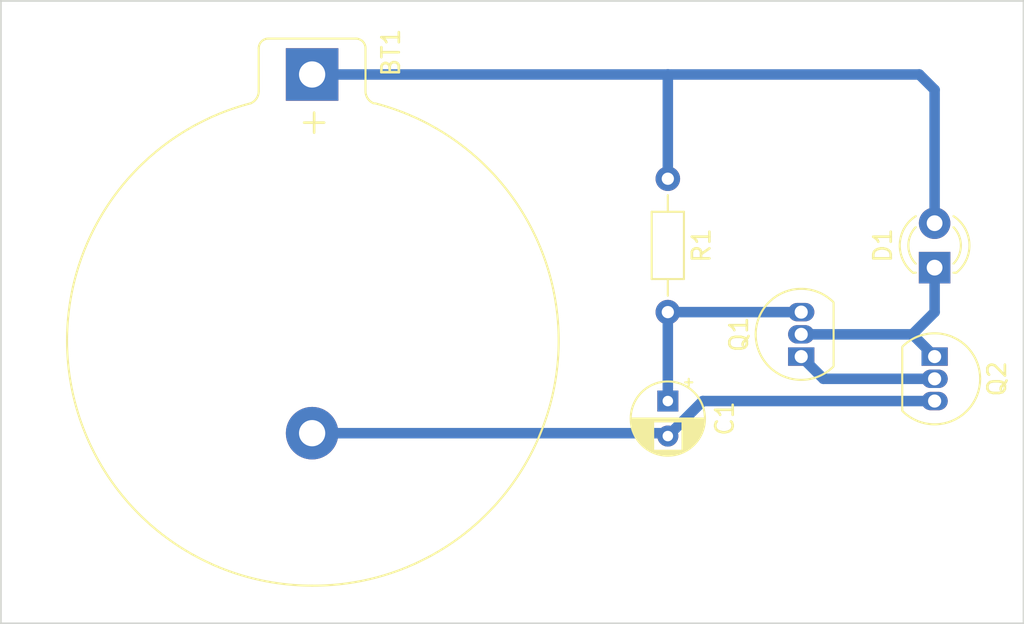
<source format=kicad_pcb>
(kicad_pcb (version 20221018) (generator pcbnew)
  (layers (0 "F.Cu" signal) (31 "B.Cu" signal) (34 "B.Paste" user) (35 "F.Paste" user) (36 "B.SilkS" user "B.Silkscreen") (37 "F.SilkS" user "F.Silkscreen") (38 "B.Mask" user) (39 "F.Mask" user) (44 "Edge.Cuts" user))
  (net 0 "")
  (net 1 "Net-(BT1-+)")
  (net 2 "Net-(BT1--)")
  (net 3 "Net-(Q1-E)")
  (net 4 "Net-(D1-K)")
  (net 5 "Net-(Q1-C)")
  (footprint "Package_TO_SOT_THT:TO-92_Inline" (layer "F.Cu") (at 147.32 88.9 90)
    (fp_text reference "Q1" (at 1.27 -3.56 90) (layer "F.SilkS"))
    (fp_text value "BC557")
    (fp_line (start -0.53 1.85) (end 3.07 1.85) (stroke (width 0.12)) (layer "F.SilkS"))
    (fp_arc (start -0.568478 1.838478) (mid -1.132087 -0.994977) (end 1.27 -2.6) (stroke (width 0.12)) (layer "F.SilkS"))
    (fp_arc (start 1.27 -2.6) (mid 3.672087 -0.994977) (end 3.108478 1.838478) (stroke (width 0.12)) (layer "F.SilkS"))
    (pad "1" thru_hole rect (at 0 0 90) (size 1.05 1.5) (drill 0.75) (layers "*.Cu" "*.Mask") (net 5 "Net-(Q1-C)"))
    (pad "2" thru_hole oval (at 1.27 0 90) (size 1.05 1.5) (drill 0.75) (layers "*.Cu" "*.Mask") (net 4 "Net-(D1-K)"))
    (pad "3" thru_hole oval (at 2.54 0 90) (size 1.05 1.5) (drill 0.75) (layers "*.Cu" "*.Mask") (net 3 "Net-(Q1-E)"))
  )
  (footprint "Resistor_THT:R_Axial_DIN0204_L3.6mm_D1.6mm_P7.62mm_Horizontal" (layer "F.Cu") (at 139.7 78.74 -90)
    (fp_text reference "R1" (at 3.81 -1.92 90) (layer "F.SilkS"))
    (fp_text value "R")
    (fp_line (start 0.94 0) (end 1.89 0) (stroke (width 0.12)) (layer "F.SilkS"))
    (fp_line (start 1.89 -0.92) (end 1.89 0.92) (stroke (width 0.12)) (layer "F.SilkS"))
    (fp_line (start 1.89 0.92) (end 5.73 0.92) (stroke (width 0.12)) (layer "F.SilkS"))
    (fp_line (start 5.73 -0.92) (end 1.89 -0.92) (stroke (width 0.12)) (layer "F.SilkS"))
    (fp_line (start 5.73 0.92) (end 5.73 -0.92) (stroke (width 0.12)) (layer "F.SilkS"))
    (fp_line (start 6.68 0) (end 5.73 0) (stroke (width 0.12)) (layer "F.SilkS"))
    (pad "1" thru_hole circle (at 0 0 270) (size 1.4 1.4) (drill 0.7) (layers "*.Cu" "*.Mask") (net 1 "Net-(BT1-+)"))
    (pad "2" thru_hole oval (at 7.62 0 270) (size 1.4 1.4) (drill 0.7) (layers "*.Cu" "*.Mask") (net 3 "Net-(Q1-E)"))
  )
  (footprint "Package_TO_SOT_THT:TO-92_Inline" (layer "F.Cu") (at 154.94 88.9 -90)
    (fp_text reference "Q2" (at 1.27 -3.56 90) (layer "F.SilkS"))
    (fp_text value "BC547")
    (fp_line (start -0.53 1.85) (end 3.07 1.85) (stroke (width 0.12)) (layer "F.SilkS"))
    (fp_arc (start -0.568478 1.838478) (mid -1.132087 -0.994977) (end 1.27 -2.6) (stroke (width 0.12)) (layer "F.SilkS"))
    (fp_arc (start 1.27 -2.6) (mid 3.672087 -0.994977) (end 3.108478 1.838478) (stroke (width 0.12)) (layer "F.SilkS"))
    (pad "1" thru_hole rect (at 0 0 270) (size 1.05 1.5) (drill 0.75) (layers "*.Cu" "*.Mask") (net 4 "Net-(D1-K)"))
    (pad "2" thru_hole oval (at 1.27 0 270) (size 1.05 1.5) (drill 0.75) (layers "*.Cu" "*.Mask") (net 5 "Net-(Q1-C)"))
    (pad "3" thru_hole oval (at 2.54 0 270) (size 1.05 1.5) (drill 0.75) (layers "*.Cu" "*.Mask") (net 2 "Net-(BT1--)"))
  )
  (footprint "LED_THT:LED_D3.0mm" (layer "F.Cu") (at 154.94 83.82 90)
    (fp_text reference "D1" (at 1.27 -2.96 90) (layer "F.SilkS"))
    (fp_text value "LED")
    (fp_line (start -0.29 -1.236) (end -0.29 -1.08) (stroke (width 0.12)) (layer "F.SilkS"))
    (fp_line (start -0.29 1.08) (end -0.29 1.236) (stroke (width 0.12)) (layer "F.SilkS"))
    (fp_arc (start -0.29 -1.235516) (mid 1.366487 -1.987659) (end 2.942335 -1.078608) (stroke (width 0.12)) (layer "F.SilkS"))
    (fp_arc (start 0.229039 -1.08) (mid 1.270117 -1.5) (end 2.31113 -1.079837) (stroke (width 0.12)) (layer "F.SilkS"))
    (fp_arc (start 2.31113 1.079837) (mid 1.270117 1.5) (end 0.229039 1.08) (stroke (width 0.12)) (layer "F.SilkS"))
    (fp_arc (start 2.942335 1.078608) (mid 1.366487 1.987659) (end -0.29 1.235516) (stroke (width 0.12)) (layer "F.SilkS"))
    (pad "1" thru_hole rect (at 0 0 90) (size 1.8 1.8) (drill 0.9) (layers "*.Cu" "*.Mask") (net 4 "Net-(D1-K)"))
    (pad "2" thru_hole circle (at 2.54 0 90) (size 1.8 1.8) (drill 0.9) (layers "*.Cu" "*.Mask") (net 1 "Net-(BT1-+)"))
  )
  (footprint "Capacitor_THT:CP_Radial_D4.0mm_P2.00mm" (layer "F.Cu") (at 139.7 91.44 -90)
    (fp_text reference "C1" (at 1 -3.25 90) (layer "F.SilkS"))
    (fp_text value "C_Polarized")
    (fp_line (start -1.269801 -1.195) (end -0.869801 -1.195) (stroke (width 0.12)) (layer "F.SilkS"))
    (fp_line (start -1.069801 -1.395) (end -1.069801 -0.995) (stroke (width 0.12)) (layer "F.SilkS"))
    (fp_line (start 1 -2.08) (end 1 2.08) (stroke (width 0.12)) (layer "F.SilkS"))
    (fp_line (start 1.04 -2.08) (end 1.04 2.08) (stroke (width 0.12)) (layer "F.SilkS"))
    (fp_line (start 1.08 -2.079) (end 1.08 2.079) (stroke (width 0.12)) (layer "F.SilkS"))
    (fp_line (start 1.12 -2.077) (end 1.12 2.077) (stroke (width 0.12)) (layer "F.SilkS"))
    (fp_line (start 1.16 -2.074) (end 1.16 2.074) (stroke (width 0.12)) (layer "F.SilkS"))
    (fp_line (start 1.2 -2.071) (end 1.2 -0.84) (stroke (width 0.12)) (layer "F.SilkS"))
    (fp_line (start 1.2 0.84) (end 1.2 2.071) (stroke (width 0.12)) (layer "F.SilkS"))
    (fp_line (start 1.24 -2.067) (end 1.24 -0.84) (stroke (width 0.12)) (layer "F.SilkS"))
    (fp_line (start 1.24 0.84) (end 1.24 2.067) (stroke (width 0.12)) (layer "F.SilkS"))
    (fp_line (start 1.28 -2.062) (end 1.28 -0.84) (stroke (width 0.12)) (layer "F.SilkS"))
    (fp_line (start 1.28 0.84) (end 1.28 2.062) (stroke (width 0.12)) (layer "F.SilkS"))
    (fp_line (start 1.32 -2.056) (end 1.32 -0.84) (stroke (width 0.12)) (layer "F.SilkS"))
    (fp_line (start 1.32 0.84) (end 1.32 2.056) (stroke (width 0.12)) (layer "F.SilkS"))
    (fp_line (start 1.36 -2.05) (end 1.36 -0.84) (stroke (width 0.12)) (layer "F.SilkS"))
    (fp_line (start 1.36 0.84) (end 1.36 2.05) (stroke (width 0.12)) (layer "F.SilkS"))
    (fp_line (start 1.4 -2.042) (end 1.4 -0.84) (stroke (width 0.12)) (layer "F.SilkS"))
    (fp_line (start 1.4 0.84) (end 1.4 2.042) (stroke (width 0.12)) (layer "F.SilkS"))
    (fp_line (start 1.44 -2.034) (end 1.44 -0.84) (stroke (width 0.12)) (layer "F.SilkS"))
    (fp_line (start 1.44 0.84) (end 1.44 2.034) (stroke (width 0.12)) (layer "F.SilkS"))
    (fp_line (start 1.48 -2.025) (end 1.48 -0.84) (stroke (width 0.12)) (layer "F.SilkS"))
    (fp_line (start 1.48 0.84) (end 1.48 2.025) (stroke (width 0.12)) (layer "F.SilkS"))
    (fp_line (start 1.52 -2.016) (end 1.52 -0.84) (stroke (width 0.12)) (layer "F.SilkS"))
    (fp_line (start 1.52 0.84) (end 1.52 2.016) (stroke (width 0.12)) (layer "F.SilkS"))
    (fp_line (start 1.56 -2.005) (end 1.56 -0.84) (stroke (width 0.12)) (layer "F.SilkS"))
    (fp_line (start 1.56 0.84) (end 1.56 2.005) (stroke (width 0.12)) (layer "F.SilkS"))
    (fp_line (start 1.6 -1.994) (end 1.6 -0.84) (stroke (width 0.12)) (layer "F.SilkS"))
    (fp_line (start 1.6 0.84) (end 1.6 1.994) (stroke (width 0.12)) (layer "F.SilkS"))
    (fp_line (start 1.64 -1.982) (end 1.64 -0.84) (stroke (width 0.12)) (layer "F.SilkS"))
    (fp_line (start 1.64 0.84) (end 1.64 1.982) (stroke (width 0.12)) (layer "F.SilkS"))
    (fp_line (start 1.68 -1.968) (end 1.68 -0.84) (stroke (width 0.12)) (layer "F.SilkS"))
    (fp_line (start 1.68 0.84) (end 1.68 1.968) (stroke (width 0.12)) (layer "F.SilkS"))
    (fp_line (start 1.721 -1.954) (end 1.721 -0.84) (stroke (width 0.12)) (layer "F.SilkS"))
    (fp_line (start 1.721 0.84) (end 1.721 1.954) (stroke (width 0.12)) (layer "F.SilkS"))
    (fp_line (start 1.761 -1.94) (end 1.761 -0.84) (stroke (width 0.12)) (layer "F.SilkS"))
    (fp_line (start 1.761 0.84) (end 1.761 1.94) (stroke (width 0.12)) (layer "F.SilkS"))
    (fp_line (start 1.801 -1.924) (end 1.801 -0.84) (stroke (width 0.12)) (layer "F.SilkS"))
    (fp_line (start 1.801 0.84) (end 1.801 1.924) (stroke (width 0.12)) (layer "F.SilkS"))
    (fp_line (start 1.841 -1.907) (end 1.841 -0.84) (stroke (width 0.12)) (layer "F.SilkS"))
    (fp_line (start 1.841 0.84) (end 1.841 1.907) (stroke (width 0.12)) (layer "F.SilkS"))
    (fp_line (start 1.881 -1.889) (end 1.881 -0.84) (stroke (width 0.12)) (layer "F.SilkS"))
    (fp_line (start 1.881 0.84) (end 1.881 1.889) (stroke (width 0.12)) (layer "F.SilkS"))
    (fp_line (start 1.921 -1.87) (end 1.921 -0.84) (stroke (width 0.12)) (layer "F.SilkS"))
    (fp_line (start 1.921 0.84) (end 1.921 1.87) (stroke (width 0.12)) (layer "F.SilkS"))
    (fp_line (start 1.961 -1.851) (end 1.961 -0.84) (stroke (width 0.12)) (layer "F.SilkS"))
    (fp_line (start 1.961 0.84) (end 1.961 1.851) (stroke (width 0.12)) (layer "F.SilkS"))
    (fp_line (start 2.001 -1.83) (end 2.001 -0.84) (stroke (width 0.12)) (layer "F.SilkS"))
    (fp_line (start 2.001 0.84) (end 2.001 1.83) (stroke (width 0.12)) (layer "F.SilkS"))
    (fp_line (start 2.041 -1.808) (end 2.041 -0.84) (stroke (width 0.12)) (layer "F.SilkS"))
    (fp_line (start 2.041 0.84) (end 2.041 1.808) (stroke (width 0.12)) (layer "F.SilkS"))
    (fp_line (start 2.081 -1.785) (end 2.081 -0.84) (stroke (width 0.12)) (layer "F.SilkS"))
    (fp_line (start 2.081 0.84) (end 2.081 1.785) (stroke (width 0.12)) (layer "F.SilkS"))
    (fp_line (start 2.121 -1.76) (end 2.121 -0.84) (stroke (width 0.12)) (layer "F.SilkS"))
    (fp_line (start 2.121 0.84) (end 2.121 1.76) (stroke (width 0.12)) (layer "F.SilkS"))
    (fp_line (start 2.161 -1.735) (end 2.161 -0.84) (stroke (width 0.12)) (layer "F.SilkS"))
    (fp_line (start 2.161 0.84) (end 2.161 1.735) (stroke (width 0.12)) (layer "F.SilkS"))
    (fp_line (start 2.201 -1.708) (end 2.201 -0.84) (stroke (width 0.12)) (layer "F.SilkS"))
    (fp_line (start 2.201 0.84) (end 2.201 1.708) (stroke (width 0.12)) (layer "F.SilkS"))
    (fp_line (start 2.241 -1.68) (end 2.241 -0.84) (stroke (width 0.12)) (layer "F.SilkS"))
    (fp_line (start 2.241 0.84) (end 2.241 1.68) (stroke (width 0.12)) (layer "F.SilkS"))
    (fp_line (start 2.281 -1.65) (end 2.281 -0.84) (stroke (width 0.12)) (layer "F.SilkS"))
    (fp_line (start 2.281 0.84) (end 2.281 1.65) (stroke (width 0.12)) (layer "F.SilkS"))
    (fp_line (start 2.321 -1.619) (end 2.321 -0.84) (stroke (width 0.12)) (layer "F.SilkS"))
    (fp_line (start 2.321 0.84) (end 2.321 1.619) (stroke (width 0.12)) (layer "F.SilkS"))
    (fp_line (start 2.361 -1.587) (end 2.361 -0.84) (stroke (width 0.12)) (layer "F.SilkS"))
    (fp_line (start 2.361 0.84) (end 2.361 1.587) (stroke (width 0.12)) (layer "F.SilkS"))
    (fp_line (start 2.401 -1.552) (end 2.401 -0.84) (stroke (width 0.12)) (layer "F.SilkS"))
    (fp_line (start 2.401 0.84) (end 2.401 1.552) (stroke (width 0.12)) (layer "F.SilkS"))
    (fp_line (start 2.441 -1.516) (end 2.441 -0.84) (stroke (width 0.12)) (layer "F.SilkS"))
    (fp_line (start 2.441 0.84) (end 2.441 1.516) (stroke (width 0.12)) (layer "F.SilkS"))
    (fp_line (start 2.481 -1.478) (end 2.481 -0.84) (stroke (width 0.12)) (layer "F.SilkS"))
    (fp_line (start 2.481 0.84) (end 2.481 1.478) (stroke (width 0.12)) (layer "F.SilkS"))
    (fp_line (start 2.521 -1.438) (end 2.521 -0.84) (stroke (width 0.12)) (layer "F.SilkS"))
    (fp_line (start 2.521 0.84) (end 2.521 1.438) (stroke (width 0.12)) (layer "F.SilkS"))
    (fp_line (start 2.561 -1.396) (end 2.561 -0.84) (stroke (width 0.12)) (layer "F.SilkS"))
    (fp_line (start 2.561 0.84) (end 2.561 1.396) (stroke (width 0.12)) (layer "F.SilkS"))
    (fp_line (start 2.601 -1.351) (end 2.601 -0.84) (stroke (width 0.12)) (layer "F.SilkS"))
    (fp_line (start 2.601 0.84) (end 2.601 1.351) (stroke (width 0.12)) (layer "F.SilkS"))
    (fp_line (start 2.641 -1.304) (end 2.641 -0.84) (stroke (width 0.12)) (layer "F.SilkS"))
    (fp_line (start 2.641 0.84) (end 2.641 1.304) (stroke (width 0.12)) (layer "F.SilkS"))
    (fp_line (start 2.681 -1.254) (end 2.681 -0.84) (stroke (width 0.12)) (layer "F.SilkS"))
    (fp_line (start 2.681 0.84) (end 2.681 1.254) (stroke (width 0.12)) (layer "F.SilkS"))
    (fp_line (start 2.721 -1.2) (end 2.721 -0.84) (stroke (width 0.12)) (layer "F.SilkS"))
    (fp_line (start 2.721 0.84) (end 2.721 1.2) (stroke (width 0.12)) (layer "F.SilkS"))
    (fp_line (start 2.761 -1.142) (end 2.761 -0.84) (stroke (width 0.12)) (layer "F.SilkS"))
    (fp_line (start 2.761 0.84) (end 2.761 1.142) (stroke (width 0.12)) (layer "F.SilkS"))
    (fp_line (start 2.801 -1.08) (end 2.801 -0.84) (stroke (width 0.12)) (layer "F.SilkS"))
    (fp_line (start 2.801 0.84) (end 2.801 1.08) (stroke (width 0.12)) (layer "F.SilkS"))
    (fp_line (start 2.841 -1.013) (end 2.841 1.013) (stroke (width 0.12)) (layer "F.SilkS"))
    (fp_line (start 2.881 -0.94) (end 2.881 0.94) (stroke (width 0.12)) (layer "F.SilkS"))
    (fp_line (start 2.921 -0.859) (end 2.921 0.859) (stroke (width 0.12)) (layer "F.SilkS"))
    (fp_line (start 2.961 -0.768) (end 2.961 0.768) (stroke (width 0.12)) (layer "F.SilkS"))
    (fp_line (start 3.001 -0.664) (end 3.001 0.664) (stroke (width 0.12)) (layer "F.SilkS"))
    (fp_line (start 3.041 -0.537) (end 3.041 0.537) (stroke (width 0.12)) (layer "F.SilkS"))
    (fp_line (start 3.081 -0.37) (end 3.081 0.37) (stroke (width 0.12)) (layer "F.SilkS"))
    (fp_circle (center 1 0) (end 3.12 0) (stroke (width 0.12)) (fill none) (layer "F.SilkS"))
    (pad "1" thru_hole rect (at 0 0 270) (size 1.2 1.2) (drill 0.6) (layers "*.Cu" "*.Mask") (net 3 "Net-(Q1-E)"))
    (pad "2" thru_hole circle (at 2 0 270) (size 1.2 1.2) (drill 0.6) (layers "*.Cu" "*.Mask") (net 2 "Net-(BT1--)"))
  )
  (footprint "Battery:BatteryHolder_Keystone_107_1x23mm" (layer "F.Cu") (at 119.380001 72.785 -90)
    (fp_text reference "BT1" (at -1.25 -4.5 90) (layer "F.SilkS"))
    (fp_text value "Battery")
    (fp_text user "+" (at 2.75 0 90) (layer "F.SilkS") (effects (font (size 1.5 1.5))))
    (fp_line (start -2.05 -2.5) (end -2.05 2.5) (stroke (width 0.12)) (layer "F.SilkS"))
    (fp_line (start -1.5 3.05) (end 0.95 3.05) (stroke (width 0.12)) (layer "F.SilkS"))
    (fp_line (start 0.95 -3.05) (end -1.5 -3.05) (stroke (width 0.12)) (layer "F.SilkS"))
    (fp_arc (start -2.05 -2.5) (mid -1.888909 -2.888909) (end -1.5 -3.05) (stroke (width 0.12)) (layer "F.SilkS"))
    (fp_arc (start -1.5 3.05) (mid -1.888909 2.888909) (end -2.05 2.5) (stroke (width 0.12)) (layer "F.SilkS"))
    (fp_arc (start 0.95 3.05) (mid 1.371574 3.1784) (end 1.65 3.52) (stroke (width 0.12)) (layer "F.SilkS"))
    (fp_arc (start 1.65 -3.604769) (mid 17.016593 -13.966381) (end 29.2 0) (stroke (width 0.12)) (layer "F.SilkS"))
    (fp_arc (start 1.65 -3.52) (mid 1.371575 -3.1784) (end 0.95 -3.05) (stroke (width 0.12)) (layer "F.SilkS"))
    (fp_arc (start 29.2 0) (mid 16.974433 13.886952) (end 1.65 3.52) (stroke (width 0.12)) (layer "F.SilkS"))
    (pad "1" thru_hole rect (at 0 0 270) (size 3 3) (drill 1.5) (layers "*.Cu" "*.Mask") (net 1 "Net-(BT1-+)"))
    (pad "2" thru_hole circle (at 20.49 0 270) (size 3 3) (drill 1.5) (layers "*.Cu" "*.Mask") (net 2 "Net-(BT1--)"))
  )
  (gr_line (start 101.6 68.58) (end 160.02 68.58) (stroke (width 0.1)) (layer "Edge.Cuts"))
  (gr_line (start 101.6 104.14) (end 101.6 68.58) (stroke (width 0.1)) (layer "Edge.Cuts"))
  (gr_line (start 160.02 104.14) (end 101.6 104.14) (stroke (width 0.1)) (layer "Edge.Cuts"))
  (gr_line (start 160.02 68.58) (end 160.02 104.14) (stroke (width 0.1)) (layer "Edge.Cuts"))
  (segment (start 154.065 72.785) (end 154.94 73.66) (width 0.6) (layer "B.Cu") (net 1))
  (segment (start 139.7 78.74) (end 139.7 72.785) (width 0.6) (layer "B.Cu") (net 1))
  (segment (start 119.380001 72.785) (end 139.7 72.785) (width 0.6) (layer "B.Cu") (net 1))
  (segment (start 154.94 73.66) (end 154.94 81.28) (width 0.6) (layer "B.Cu") (net 1))
  (segment (start 139.7 72.785) (end 154.065 72.785) (width 0.6) (layer "B.Cu") (net 1))
  (segment (start 154.94 91.44) (end 141.7 91.44) (width 0.6) (layer "B.Cu") (net 2))
  (segment (start 141.7 91.44) (end 139.7 93.44) (width 0.6) (layer "B.Cu") (net 2))
  (segment (start 139.535 93.275) (end 139.7 93.44) (width 0.6) (layer "B.Cu") (net 2))
  (segment (start 119.380001 93.275) (end 139.535 93.275) (width 0.6) (layer "B.Cu") (net 2))
  (segment (start 139.7 91.44) (end 139.7 86.36) (width 0.6) (layer "B.Cu") (net 3))
  (segment (start 147.32 86.36) (end 139.7 86.36) (width 0.6) (layer "B.Cu") (net 3))
  (segment (start 154.94 86.36) (end 153.67 87.63) (width 0.6) (layer "B.Cu") (net 4))
  (segment (start 154.94 83.82) (end 154.94 86.36) (width 0.6) (layer "B.Cu") (net 4))
  (segment (start 147.32 87.63) (end 153.67 87.63) (width 0.6) (layer "B.Cu") (net 4))
  (segment (start 153.67 87.63) (end 154.94 88.9) (width 0.6) (layer "B.Cu") (net 4))
  (segment (start 147.32 88.9) (end 148.59 90.17) (width 0.6) (layer "B.Cu") (net 5))
  (segment (start 148.59 90.17) (end 154.94 90.17) (width 0.6) (layer "B.Cu") (net 5))
)
</source>
